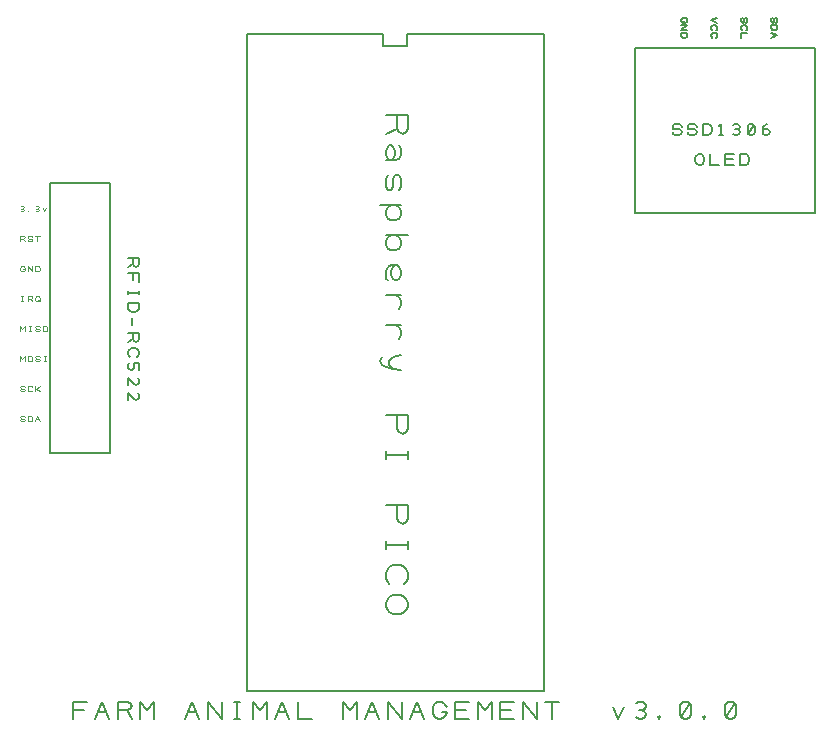
<source format=gbr>
G04 DesignSpark PCB Gerber Version 11.0 Build 5877*
%FSLAX35Y35*%
%MOIN*%
%ADD11C,0.00100*%
%ADD10C,0.00500*%
X0Y0D02*
D02*
D10*
X45250Y185250D02*
X25250D01*
Y95250D01*
X45250D01*
Y185250D01*
X51187Y160250D02*
X54937D01*
Y158063D01*
X54625Y157437D01*
X54000Y157125D01*
X53375Y157437D01*
X53063Y158063D01*
Y160250D01*
Y158063D02*
X51187Y157125D01*
Y155250D02*
X54937D01*
Y152125D01*
X53063Y152750D02*
Y155250D01*
X51187Y149313D02*
Y148063D01*
Y148687D02*
X54937D01*
Y149313D02*
Y148063D01*
X51187Y145250D02*
X54937D01*
Y143375D01*
X54625Y142750D01*
X54313Y142437D01*
X53687Y142125D01*
X52437D01*
X51813Y142437D01*
X51500Y142750D01*
X51187Y143375D01*
Y145250D01*
X52437Y140250D02*
Y137750D01*
X51187Y135250D02*
X54937D01*
Y133063D01*
X54625Y132437D01*
X54000Y132125D01*
X53375Y132437D01*
X53063Y133063D01*
Y135250D01*
Y133063D02*
X51187Y132125D01*
X51813Y127125D02*
X51500Y127437D01*
X51187Y128063D01*
Y129000D01*
X51500Y129625D01*
X51813Y129937D01*
X52437Y130250D01*
X53687D01*
X54313Y129937D01*
X54625Y129625D01*
X54937Y129000D01*
Y128063D01*
X54625Y127437D01*
X54313Y127125D01*
X51500Y125250D02*
X51187Y124625D01*
Y123687D01*
X51500Y123063D01*
X52125Y122750D01*
X52437D01*
X53063Y123063D01*
X53375Y123687D01*
Y125250D01*
X54937D01*
Y122750D01*
X51187Y117750D02*
Y120250D01*
X53375Y118063D01*
X54000Y117750D01*
X54625Y118063D01*
X54937Y118687D01*
Y119625D01*
X54625Y120250D01*
X51187Y112750D02*
Y115250D01*
X53375Y113063D01*
X54000Y112750D01*
X54625Y113063D01*
X54937Y113687D01*
Y114625D01*
X54625Y115250D01*
X137125Y207750D02*
X144625D01*
Y203375D01*
X144000Y202125D01*
X142750Y201500D01*
X141500Y202125D01*
X140875Y203375D01*
Y207750D01*
Y203375D02*
X137125Y201500D01*
X141500Y197750D02*
X142125Y196500D01*
Y194625D01*
X141500Y193375D01*
X140250Y192750D01*
X138375D01*
X137750Y193375D01*
X137125Y194625D01*
Y195875D01*
X137750Y197125D01*
X138375Y197750D01*
X139000D01*
X139625Y197125D01*
X140250Y195875D01*
Y194625D01*
X139625Y193375D01*
X139000Y192750D01*
X138375D02*
X137125D01*
X137750Y187750D02*
X137125Y186500D01*
Y184000D01*
X137750Y182750D01*
X139000D01*
X139625Y184000D01*
Y186500D01*
X140250Y187750D01*
X141500D01*
X142125Y186500D01*
Y184000D01*
X141500Y182750D01*
X142125Y177750D02*
X135250D01*
X139000D02*
X137750Y177125D01*
X137125Y175875D01*
Y174625D01*
X137750Y173375D01*
X139000Y172750D01*
X140250D01*
X141500Y173375D01*
X142125Y174625D01*
Y175875D01*
X141500Y177125D01*
X140250Y177750D01*
X139000D01*
Y167750D02*
X137750Y167125D01*
X137125Y165875D01*
Y164625D01*
X137750Y163375D01*
X139000Y162750D01*
X140250D01*
X141500Y163375D01*
X142125Y164625D01*
Y165875D01*
X141500Y167125D01*
X140250Y167750D01*
X137125D02*
X144625D01*
X137750Y152750D02*
X137125Y153375D01*
Y154625D01*
Y155875D01*
X137750Y157125D01*
X139000Y157750D01*
X140875D01*
X141500Y157125D01*
X142125Y155875D01*
Y154625D01*
X141500Y153375D01*
X140875Y152750D01*
X140250D01*
X139625Y153375D01*
X139000Y154625D01*
Y155875D01*
X139625Y157125D01*
X140250Y157750D01*
X137125Y147750D02*
X142125D01*
X140250D02*
X141500Y147125D01*
X142125Y145875D01*
Y144625D01*
X141500Y143375D01*
X137125Y137750D02*
X142125D01*
X140250D02*
X141500Y137125D01*
X142125Y135875D01*
Y134625D01*
X141500Y133375D01*
X142125Y127750D02*
X139625Y127125D01*
X138375Y125875D01*
Y124625D01*
X139625Y123375D01*
X142125Y122750D01*
X139625Y123375D02*
X137125Y124000D01*
X135875Y124625D01*
X135250Y125875D01*
X135875Y127125D01*
X137125Y107750D02*
X144625D01*
Y103375D01*
X144000Y102125D01*
X142750Y101500D01*
X141500Y102125D01*
X140875Y103375D01*
Y107750D01*
X137125Y95875D02*
Y93375D01*
Y94625D02*
X144625D01*
Y95875D02*
Y93375D01*
X137125Y77750D02*
X144625D01*
Y73375D01*
X144000Y72125D01*
X142750Y71500D01*
X141500Y72125D01*
X140875Y73375D01*
Y77750D01*
X137125Y65875D02*
Y63375D01*
Y64625D02*
X144625D01*
Y65875D02*
Y63375D01*
X138375Y51500D02*
X137750Y52125D01*
X137125Y53375D01*
Y55250D01*
X137750Y56500D01*
X138375Y57125D01*
X139625Y57750D01*
X142125D01*
X143375Y57125D01*
X144000Y56500D01*
X144625Y55250D01*
Y53375D01*
X144000Y52125D01*
X143375Y51500D01*
X139625Y47750D02*
X142125D01*
X143375Y47125D01*
X144000Y46500D01*
X144625Y45250D01*
Y44000D01*
X144000Y42750D01*
X143375Y42125D01*
X142125Y41500D01*
X139625D01*
X138375Y42125D01*
X137750Y42750D01*
X137125Y44000D01*
Y45250D01*
X137750Y46500D01*
X138375Y47125D01*
X139625Y47750D01*
X32750Y6656D02*
Y12281D01*
X37437D01*
X36500Y9469D02*
X32750D01*
X40250Y6656D02*
X42594Y12281D01*
X44937Y6656D01*
X41187Y9000D02*
X44000D01*
X47750Y6656D02*
Y12281D01*
X51031D01*
X51969Y11813D01*
X52437Y10875D01*
X51969Y9937D01*
X51031Y9469D01*
X47750D01*
X51031D02*
X52437Y6656D01*
X55250D02*
Y12281D01*
X57594Y9469D01*
X59937Y12281D01*
Y6656D01*
X70250D02*
X72594Y12281D01*
X74937Y6656D01*
X71187Y9000D02*
X74000D01*
X77750Y6656D02*
Y12281D01*
X82437Y6656D01*
Y12281D01*
X86656Y6656D02*
X88531D01*
X87594D02*
Y12281D01*
X86656D02*
X88531D01*
X92750Y6656D02*
Y12281D01*
X95094Y9469D01*
X97437Y12281D01*
Y6656D01*
X100250D02*
X102594Y12281D01*
X104937Y6656D01*
X101187Y9000D02*
X104000D01*
X107750Y12281D02*
Y6656D01*
X112437D01*
X122750D02*
Y12281D01*
X125094Y9469D01*
X127437Y12281D01*
Y6656D01*
X130250D02*
X132594Y12281D01*
X134937Y6656D01*
X131187Y9000D02*
X134000D01*
X137750Y6656D02*
Y12281D01*
X142437Y6656D01*
Y12281D01*
X145250Y6656D02*
X147594Y12281D01*
X149937Y6656D01*
X146187Y9000D02*
X149000D01*
X156031D02*
X157437D01*
Y8531D01*
X156969Y7594D01*
X156500Y7125D01*
X155563Y6656D01*
X154625D01*
X153687Y7125D01*
X153219Y7594D01*
X152750Y8531D01*
Y10406D01*
X153219Y11344D01*
X153687Y11813D01*
X154625Y12281D01*
X155563D01*
X156500Y11813D01*
X156969Y11344D01*
X157437Y10406D01*
X160250Y6656D02*
Y12281D01*
X164937D01*
X164000Y9469D02*
X160250D01*
Y6656D02*
X164937D01*
X167750D02*
Y12281D01*
X170094Y9469D01*
X172437Y12281D01*
Y6656D01*
X175250D02*
Y12281D01*
X179937D01*
X179000Y9469D02*
X175250D01*
Y6656D02*
X179937D01*
X182750D02*
Y12281D01*
X187437Y6656D01*
Y12281D01*
X192594Y6656D02*
Y12281D01*
X190250D02*
X194937D01*
X212750Y10406D02*
X214625Y6656D01*
X216500Y10406D01*
X220719Y7125D02*
X221656Y6656D01*
X222594D01*
X223531Y7125D01*
X224000Y8063D01*
X223531Y9000D01*
X222594Y9469D01*
X221656D01*
X222594D02*
X223531Y9937D01*
X224000Y10875D01*
X223531Y11813D01*
X222594Y12281D01*
X221656D01*
X220719Y11813D01*
X228219Y6656D02*
X228687Y7125D01*
X228219Y7594D01*
X227750Y7125D01*
X228219Y6656D01*
X235719Y7125D02*
X236656Y6656D01*
X237594D01*
X238531Y7125D01*
X239000Y8063D01*
Y10875D01*
X238531Y11813D01*
X237594Y12281D01*
X236656D01*
X235719Y11813D01*
X235250Y10875D01*
Y8063D01*
X235719Y7125D01*
X238531Y11813D01*
X243219Y6656D02*
X243687Y7125D01*
X243219Y7594D01*
X242750Y7125D01*
X243219Y6656D01*
X250719Y7125D02*
X251656Y6656D01*
X252594D01*
X253531Y7125D01*
X254000Y8063D01*
Y10875D01*
X253531Y11813D01*
X252594Y12281D01*
X251656D01*
X250719Y11813D01*
X250250Y10875D01*
Y8063D01*
X250719Y7125D01*
X253531Y11813D01*
X189750Y234750D02*
Y15750D01*
X90750D01*
Y234750D01*
X136250D01*
Y230750D01*
X144250D01*
Y234750D01*
X189750D01*
X220250Y175250D02*
X280250D01*
Y230250D01*
X220250D01*
Y175250D01*
X236500Y239156D02*
Y238687D01*
X236344D01*
X236031Y238844D01*
X235875Y239000D01*
X235719Y239313D01*
Y239625D01*
X235875Y239937D01*
X236031Y240094D01*
X236344Y240250D01*
X236969D01*
X237281Y240094D01*
X237437Y239937D01*
X237594Y239625D01*
Y239313D01*
X237437Y239000D01*
X237281Y238844D01*
X236969Y238687D01*
X235719Y237750D02*
X237594D01*
X235719Y236187D01*
X237594D01*
X235719Y235250D02*
X237594D01*
Y234313D01*
X237437Y234000D01*
X237281Y233844D01*
X236969Y233687D01*
X236344D01*
X236031Y233844D01*
X235875Y234000D01*
X235719Y234313D01*
Y235250D01*
X247594Y240250D02*
X245719Y239469D01*
X247594Y238687D01*
X246031Y236187D02*
X245875Y236344D01*
X245719Y236656D01*
Y237125D01*
X245875Y237437D01*
X246031Y237594D01*
X246344Y237750D01*
X246969D01*
X247281Y237594D01*
X247437Y237437D01*
X247594Y237125D01*
Y236656D01*
X247437Y236344D01*
X247281Y236187D01*
X246031Y233687D02*
X245875Y233844D01*
X245719Y234156D01*
Y234625D01*
X245875Y234937D01*
X246031Y235094D01*
X246344Y235250D01*
X246969D01*
X247281Y235094D01*
X247437Y234937D01*
X247594Y234625D01*
Y234156D01*
X247437Y233844D01*
X247281Y233687D01*
X240250Y192437D02*
Y193687D01*
X240563Y194313D01*
X240875Y194625D01*
X241500Y194937D01*
X242125D01*
X242750Y194625D01*
X243063Y194313D01*
X243375Y193687D01*
Y192437D01*
X243063Y191813D01*
X242750Y191500D01*
X242125Y191187D01*
X241500D01*
X240875Y191500D01*
X240563Y191813D01*
X240250Y192437D01*
X245250Y194937D02*
Y191187D01*
X248375D01*
X250250D02*
Y194937D01*
X253375D01*
X252750Y193063D02*
X250250D01*
Y191187D02*
X253375D01*
X255250D02*
Y194937D01*
X257125D01*
X257750Y194625D01*
X258063Y194313D01*
X258375Y193687D01*
Y192437D01*
X258063Y191813D01*
X257750Y191500D01*
X257125Y191187D01*
X255250D01*
X232750Y202125D02*
X233063Y201500D01*
X233687Y201187D01*
X234937D01*
X235563Y201500D01*
X235875Y202125D01*
X235563Y202750D01*
X234937Y203063D01*
X233687D01*
X233063Y203375D01*
X232750Y204000D01*
X233063Y204625D01*
X233687Y204937D01*
X234937D01*
X235563Y204625D01*
X235875Y204000D01*
X237750Y202125D02*
X238063Y201500D01*
X238687Y201187D01*
X239937D01*
X240563Y201500D01*
X240875Y202125D01*
X240563Y202750D01*
X239937Y203063D01*
X238687D01*
X238063Y203375D01*
X237750Y204000D01*
X238063Y204625D01*
X238687Y204937D01*
X239937D01*
X240563Y204625D01*
X240875Y204000D01*
X242750Y201187D02*
Y204937D01*
X244625D01*
X245250Y204625D01*
X245563Y204313D01*
X245875Y203687D01*
Y202437D01*
X245563Y201813D01*
X245250Y201500D01*
X244625Y201187D01*
X242750D01*
X248375D02*
X249625D01*
X249000D02*
Y204937D01*
X248375Y204313D01*
X253063Y201500D02*
X253687Y201187D01*
X254313D01*
X254937Y201500D01*
X255250Y202125D01*
X254937Y202750D01*
X254313Y203063D01*
X253687D01*
X254313D02*
X254937Y203375D01*
X255250Y204000D01*
X254937Y204625D01*
X254313Y204937D01*
X253687D01*
X253063Y204625D01*
X258063Y201500D02*
X258687Y201187D01*
X259313D01*
X259937Y201500D01*
X260250Y202125D01*
Y204000D01*
X259937Y204625D01*
X259313Y204937D01*
X258687D01*
X258063Y204625D01*
X257750Y204000D01*
Y202125D01*
X258063Y201500D01*
X259937Y204625D01*
X262750Y202125D02*
X263063Y202750D01*
X263687Y203063D01*
X264313D01*
X264937Y202750D01*
X265250Y202125D01*
X264937Y201500D01*
X264313Y201187D01*
X263687D01*
X263063Y201500D01*
X262750Y202125D01*
Y203063D01*
X263063Y204000D01*
X263687Y204625D01*
X264313Y204937D01*
X256187Y240250D02*
X255875Y240094D01*
X255719Y239781D01*
Y239156D01*
X255875Y238844D01*
X256187Y238687D01*
X256500Y238844D01*
X256656Y239156D01*
Y239781D01*
X256813Y240094D01*
X257125Y240250D01*
X257437Y240094D01*
X257594Y239781D01*
Y239156D01*
X257437Y238844D01*
X257125Y238687D01*
X256031Y236187D02*
X255875Y236344D01*
X255719Y236656D01*
Y237125D01*
X255875Y237437D01*
X256031Y237594D01*
X256344Y237750D01*
X256969D01*
X257281Y237594D01*
X257437Y237437D01*
X257594Y237125D01*
Y236656D01*
X257437Y236344D01*
X257281Y236187D01*
X257594Y235250D02*
X255719D01*
Y233687D01*
X266187Y240250D02*
X265875Y240094D01*
X265719Y239781D01*
Y239156D01*
X265875Y238844D01*
X266187Y238687D01*
X266500Y238844D01*
X266656Y239156D01*
Y239781D01*
X266813Y240094D01*
X267125Y240250D01*
X267437Y240094D01*
X267594Y239781D01*
Y239156D01*
X267437Y238844D01*
X267125Y238687D01*
X265719Y237750D02*
X267594D01*
Y236813D01*
X267437Y236500D01*
X267281Y236344D01*
X266969Y236187D01*
X266344D01*
X266031Y236344D01*
X265875Y236500D01*
X265719Y236813D01*
Y237750D01*
Y235250D02*
X267594Y234469D01*
X265719Y233687D01*
X266500Y234937D02*
Y234000D01*
D02*
D11*
X15250Y106187D02*
X15406Y105875D01*
X15719Y105719D01*
X16344D01*
X16656Y105875D01*
X16813Y106187D01*
X16656Y106500D01*
X16344Y106656D01*
X15719D01*
X15406Y106813D01*
X15250Y107125D01*
X15406Y107437D01*
X15719Y107594D01*
X16344D01*
X16656Y107437D01*
X16813Y107125D01*
X17750Y105719D02*
Y107594D01*
X18687D01*
X19000Y107437D01*
X19156Y107281D01*
X19313Y106969D01*
Y106344D01*
X19156Y106031D01*
X19000Y105875D01*
X18687Y105719D01*
X17750D01*
X20250D02*
X21031Y107594D01*
X21813Y105719D01*
X20563Y106500D02*
X21500D01*
X15250Y116187D02*
X15406Y115875D01*
X15719Y115719D01*
X16344D01*
X16656Y115875D01*
X16813Y116187D01*
X16656Y116500D01*
X16344Y116656D01*
X15719D01*
X15406Y116813D01*
X15250Y117125D01*
X15406Y117437D01*
X15719Y117594D01*
X16344D01*
X16656Y117437D01*
X16813Y117125D01*
X19313Y116031D02*
X19156Y115875D01*
X18844Y115719D01*
X18375D01*
X18063Y115875D01*
X17906Y116031D01*
X17750Y116344D01*
Y116969D01*
X17906Y117281D01*
X18063Y117437D01*
X18375Y117594D01*
X18844D01*
X19156Y117437D01*
X19313Y117281D01*
X20250Y115719D02*
Y117594D01*
Y116656D02*
X20719D01*
X21813Y117594D01*
X20719Y116656D02*
X21813Y115719D01*
X15250Y125719D02*
Y127594D01*
X16031Y126656D01*
X16813Y127594D01*
Y125719D01*
X17750Y126344D02*
Y126969D01*
X17906Y127281D01*
X18063Y127437D01*
X18375Y127594D01*
X18687D01*
X19000Y127437D01*
X19156Y127281D01*
X19313Y126969D01*
Y126344D01*
X19156Y126031D01*
X19000Y125875D01*
X18687Y125719D01*
X18375D01*
X18063Y125875D01*
X17906Y126031D01*
X17750Y126344D01*
X20250Y126187D02*
X20406Y125875D01*
X20719Y125719D01*
X21344D01*
X21656Y125875D01*
X21813Y126187D01*
X21656Y126500D01*
X21344Y126656D01*
X20719D01*
X20406Y126813D01*
X20250Y127125D01*
X20406Y127437D01*
X20719Y127594D01*
X21344D01*
X21656Y127437D01*
X21813Y127125D01*
X23219Y125719D02*
X23844D01*
X23531D02*
Y127594D01*
X23219D02*
X23844D01*
X15250Y135719D02*
Y137594D01*
X16031Y136656D01*
X16813Y137594D01*
Y135719D01*
X18219D02*
X18844D01*
X18531D02*
Y137594D01*
X18219D02*
X18844D01*
X20250Y136187D02*
X20406Y135875D01*
X20719Y135719D01*
X21344D01*
X21656Y135875D01*
X21813Y136187D01*
X21656Y136500D01*
X21344Y136656D01*
X20719D01*
X20406Y136813D01*
X20250Y137125D01*
X20406Y137437D01*
X20719Y137594D01*
X21344D01*
X21656Y137437D01*
X21813Y137125D01*
X22750Y136344D02*
Y136969D01*
X22906Y137281D01*
X23063Y137437D01*
X23375Y137594D01*
X23687D01*
X24000Y137437D01*
X24156Y137281D01*
X24313Y136969D01*
Y136344D01*
X24156Y136031D01*
X24000Y135875D01*
X23687Y135719D01*
X23375D01*
X23063Y135875D01*
X22906Y136031D01*
X22750Y136344D01*
X15719Y145719D02*
X16344D01*
X16031D02*
Y147594D01*
X15719D02*
X16344D01*
X17750Y145719D02*
Y147594D01*
X18844D01*
X19156Y147437D01*
X19313Y147125D01*
X19156Y146813D01*
X18844Y146656D01*
X17750D01*
X18844D02*
X19313Y145719D01*
X20250Y146344D02*
Y146969D01*
X20406Y147281D01*
X20563Y147437D01*
X20875Y147594D01*
X21187D01*
X21500Y147437D01*
X21656Y147281D01*
X21813Y146969D01*
Y146344D01*
X21656Y146031D01*
X21500Y145875D01*
X21187Y145719D01*
X20875D01*
X20563Y145875D01*
X20406Y146031D01*
X20250Y146344D01*
X21344Y146187D02*
X21813Y145719D01*
X16344Y156500D02*
X16813D01*
Y156344D01*
X16656Y156031D01*
X16500Y155875D01*
X16187Y155719D01*
X15875D01*
X15563Y155875D01*
X15406Y156031D01*
X15250Y156344D01*
Y156969D01*
X15406Y157281D01*
X15563Y157437D01*
X15875Y157594D01*
X16187D01*
X16500Y157437D01*
X16656Y157281D01*
X16813Y156969D01*
X17750Y155719D02*
Y157594D01*
X19313Y155719D01*
Y157594D01*
X20250Y155719D02*
Y157594D01*
X21187D01*
X21500Y157437D01*
X21656Y157281D01*
X21813Y156969D01*
Y156344D01*
X21656Y156031D01*
X21500Y155875D01*
X21187Y155719D01*
X20250D01*
X15250Y165719D02*
Y167594D01*
X16344D01*
X16656Y167437D01*
X16813Y167125D01*
X16656Y166813D01*
X16344Y166656D01*
X15250D01*
X16344D02*
X16813Y165719D01*
X17750Y166187D02*
X17906Y165875D01*
X18219Y165719D01*
X18844D01*
X19156Y165875D01*
X19313Y166187D01*
X19156Y166500D01*
X18844Y166656D01*
X18219D01*
X17906Y166813D01*
X17750Y167125D01*
X17906Y167437D01*
X18219Y167594D01*
X18844D01*
X19156Y167437D01*
X19313Y167125D01*
X21031Y165719D02*
Y167594D01*
X20250D02*
X21813D01*
X15406Y175875D02*
X15719Y175719D01*
X16031D01*
X16344Y175875D01*
X16500Y176187D01*
X16344Y176500D01*
X16031Y176656D01*
X15719D01*
X16031D02*
X16344Y176813D01*
X16500Y177125D01*
X16344Y177437D01*
X16031Y177594D01*
X15719D01*
X15406Y177437D01*
X17906Y175719D02*
X18063Y175875D01*
X17906Y176031D01*
X17750Y175875D01*
X17906Y175719D01*
X20406Y175875D02*
X20719Y175719D01*
X21031D01*
X21344Y175875D01*
X21500Y176187D01*
X21344Y176500D01*
X21031Y176656D01*
X20719D01*
X21031D02*
X21344Y176813D01*
X21500Y177125D01*
X21344Y177437D01*
X21031Y177594D01*
X20719D01*
X20406Y177437D01*
X22750Y176969D02*
X23375Y175719D01*
X24000Y176969D01*
X0Y0D02*
M02*

</source>
